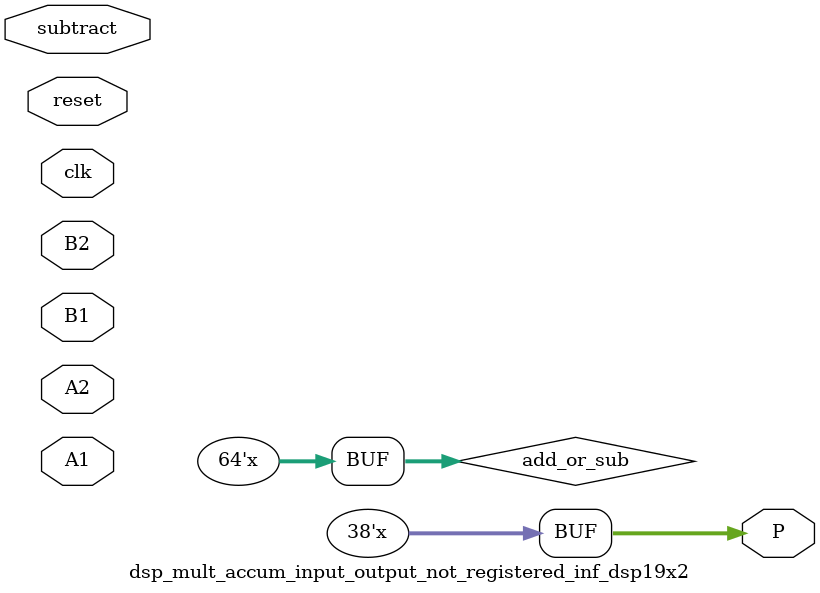
<source format=sv>
module dsp_mult_accum_input_output_not_registered_inf_dsp19x2 (clk, reset, subtract, A1, A2, B1, B2, P);
	input clk, reset, subtract;
	input  [9:0] A1;
	input  [9:0] A2;
	input  [8:0] B1;
	input  [8:0] B2;
	output [37:0] P;
	reg    [31:0] mult1, mult2;
	reg    [63:0] add_or_sub;

	always @ (*)  begin
		mult1 <= A1*B1;
		mult2 <= A2*B2;
	end

	always @ (*)  begin
		if (subtract)
			add_or_sub = {(add_or_sub[63:0] - mult2),(add_or_sub[31:0] - mult1)};
		else
			add_or_sub = {(add_or_sub[63:0] - mult2),(add_or_sub[31:0] - mult1)};
	end

	assign P = {add_or_sub[50:32],add_or_sub[18:0]};

		
endmodule
</source>
